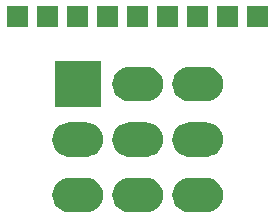
<source format=gbr>
G04 #@! TF.GenerationSoftware,KiCad,Pcbnew,(5.1.5-0-10_14)*
G04 #@! TF.CreationDate,2020-11-20T21:37:46+01:00*
G04 #@! TF.ProjectId,3pdt-breakout,33706474-2d62-4726-9561-6b6f75742e6b,rev?*
G04 #@! TF.SameCoordinates,Original*
G04 #@! TF.FileFunction,Soldermask,Bot*
G04 #@! TF.FilePolarity,Negative*
%FSLAX46Y46*%
G04 Gerber Fmt 4.6, Leading zero omitted, Abs format (unit mm)*
G04 Created by KiCad (PCBNEW (5.1.5-0-10_14)) date 2020-11-20 21:37:46*
%MOMM*%
%LPD*%
G04 APERTURE LIST*
%ADD10C,0.100000*%
G04 APERTURE END LIST*
D10*
G36*
X236462861Y-67394497D02*
G01*
X236569446Y-67404995D01*
X236842960Y-67487965D01*
X236842963Y-67487966D01*
X237095028Y-67622698D01*
X237095029Y-67622699D01*
X237095033Y-67622701D01*
X237315976Y-67804024D01*
X237497299Y-68024967D01*
X237497301Y-68024971D01*
X237497302Y-68024972D01*
X237632034Y-68277037D01*
X237632035Y-68277040D01*
X237715005Y-68550554D01*
X237743020Y-68835000D01*
X237715005Y-69119446D01*
X237632035Y-69392960D01*
X237632034Y-69392963D01*
X237497302Y-69645028D01*
X237497299Y-69645033D01*
X237315976Y-69865976D01*
X237095033Y-70047299D01*
X237095029Y-70047301D01*
X237095028Y-70047302D01*
X236842963Y-70182034D01*
X236842960Y-70182035D01*
X236569446Y-70265005D01*
X236462861Y-70275503D01*
X236356278Y-70286000D01*
X234813722Y-70286000D01*
X234707139Y-70275503D01*
X234600554Y-70265005D01*
X234327040Y-70182035D01*
X234327037Y-70182034D01*
X234074972Y-70047302D01*
X234074971Y-70047301D01*
X234074967Y-70047299D01*
X233854024Y-69865976D01*
X233672701Y-69645033D01*
X233672698Y-69645028D01*
X233537966Y-69392963D01*
X233537965Y-69392960D01*
X233454995Y-69119446D01*
X233426980Y-68835000D01*
X233454995Y-68550554D01*
X233537965Y-68277040D01*
X233537966Y-68277037D01*
X233672698Y-68024972D01*
X233672699Y-68024971D01*
X233672701Y-68024967D01*
X233854024Y-67804024D01*
X234074967Y-67622701D01*
X234074971Y-67622699D01*
X234074972Y-67622698D01*
X234327037Y-67487966D01*
X234327040Y-67487965D01*
X234600554Y-67404995D01*
X234707139Y-67394497D01*
X234813722Y-67384000D01*
X236356278Y-67384000D01*
X236462861Y-67394497D01*
G37*
G36*
X231382861Y-67394497D02*
G01*
X231489446Y-67404995D01*
X231762960Y-67487965D01*
X231762963Y-67487966D01*
X232015028Y-67622698D01*
X232015029Y-67622699D01*
X232015033Y-67622701D01*
X232235976Y-67804024D01*
X232417299Y-68024967D01*
X232417301Y-68024971D01*
X232417302Y-68024972D01*
X232552034Y-68277037D01*
X232552035Y-68277040D01*
X232635005Y-68550554D01*
X232663020Y-68835000D01*
X232635005Y-69119446D01*
X232552035Y-69392960D01*
X232552034Y-69392963D01*
X232417302Y-69645028D01*
X232417299Y-69645033D01*
X232235976Y-69865976D01*
X232015033Y-70047299D01*
X232015029Y-70047301D01*
X232015028Y-70047302D01*
X231762963Y-70182034D01*
X231762960Y-70182035D01*
X231489446Y-70265005D01*
X231382861Y-70275503D01*
X231276278Y-70286000D01*
X229733722Y-70286000D01*
X229627139Y-70275503D01*
X229520554Y-70265005D01*
X229247040Y-70182035D01*
X229247037Y-70182034D01*
X228994972Y-70047302D01*
X228994971Y-70047301D01*
X228994967Y-70047299D01*
X228774024Y-69865976D01*
X228592701Y-69645033D01*
X228592698Y-69645028D01*
X228457966Y-69392963D01*
X228457965Y-69392960D01*
X228374995Y-69119446D01*
X228346980Y-68835000D01*
X228374995Y-68550554D01*
X228457965Y-68277040D01*
X228457966Y-68277037D01*
X228592698Y-68024972D01*
X228592699Y-68024971D01*
X228592701Y-68024967D01*
X228774024Y-67804024D01*
X228994967Y-67622701D01*
X228994971Y-67622699D01*
X228994972Y-67622698D01*
X229247037Y-67487966D01*
X229247040Y-67487965D01*
X229520554Y-67404995D01*
X229627139Y-67394497D01*
X229733722Y-67384000D01*
X231276278Y-67384000D01*
X231382861Y-67394497D01*
G37*
G36*
X226302861Y-67394497D02*
G01*
X226409446Y-67404995D01*
X226682960Y-67487965D01*
X226682963Y-67487966D01*
X226935028Y-67622698D01*
X226935029Y-67622699D01*
X226935033Y-67622701D01*
X227155976Y-67804024D01*
X227337299Y-68024967D01*
X227337301Y-68024971D01*
X227337302Y-68024972D01*
X227472034Y-68277037D01*
X227472035Y-68277040D01*
X227555005Y-68550554D01*
X227583020Y-68835000D01*
X227555005Y-69119446D01*
X227472035Y-69392960D01*
X227472034Y-69392963D01*
X227337302Y-69645028D01*
X227337299Y-69645033D01*
X227155976Y-69865976D01*
X226935033Y-70047299D01*
X226935029Y-70047301D01*
X226935028Y-70047302D01*
X226682963Y-70182034D01*
X226682960Y-70182035D01*
X226409446Y-70265005D01*
X226302861Y-70275503D01*
X226196278Y-70286000D01*
X224653722Y-70286000D01*
X224547139Y-70275503D01*
X224440554Y-70265005D01*
X224167040Y-70182035D01*
X224167037Y-70182034D01*
X223914972Y-70047302D01*
X223914971Y-70047301D01*
X223914967Y-70047299D01*
X223694024Y-69865976D01*
X223512701Y-69645033D01*
X223512698Y-69645028D01*
X223377966Y-69392963D01*
X223377965Y-69392960D01*
X223294995Y-69119446D01*
X223266980Y-68835000D01*
X223294995Y-68550554D01*
X223377965Y-68277040D01*
X223377966Y-68277037D01*
X223512698Y-68024972D01*
X223512699Y-68024971D01*
X223512701Y-68024967D01*
X223694024Y-67804024D01*
X223914967Y-67622701D01*
X223914971Y-67622699D01*
X223914972Y-67622698D01*
X224167037Y-67487966D01*
X224167040Y-67487965D01*
X224440554Y-67404995D01*
X224547139Y-67394497D01*
X224653722Y-67384000D01*
X226196278Y-67384000D01*
X226302861Y-67394497D01*
G37*
G36*
X226302861Y-62694497D02*
G01*
X226409446Y-62704995D01*
X226682960Y-62787965D01*
X226682963Y-62787966D01*
X226935028Y-62922698D01*
X226935029Y-62922699D01*
X226935033Y-62922701D01*
X227155976Y-63104024D01*
X227337299Y-63324967D01*
X227337301Y-63324971D01*
X227337302Y-63324972D01*
X227472034Y-63577037D01*
X227472035Y-63577040D01*
X227555005Y-63850554D01*
X227583020Y-64135000D01*
X227555005Y-64419446D01*
X227472035Y-64692960D01*
X227472034Y-64692963D01*
X227337302Y-64945028D01*
X227337299Y-64945033D01*
X227155976Y-65165976D01*
X226935033Y-65347299D01*
X226935029Y-65347301D01*
X226935028Y-65347302D01*
X226682963Y-65482034D01*
X226682960Y-65482035D01*
X226409446Y-65565005D01*
X226302861Y-65575502D01*
X226196278Y-65586000D01*
X224653722Y-65586000D01*
X224547139Y-65575502D01*
X224440554Y-65565005D01*
X224167040Y-65482035D01*
X224167037Y-65482034D01*
X223914972Y-65347302D01*
X223914971Y-65347301D01*
X223914967Y-65347299D01*
X223694024Y-65165976D01*
X223512701Y-64945033D01*
X223512698Y-64945028D01*
X223377966Y-64692963D01*
X223377965Y-64692960D01*
X223294995Y-64419446D01*
X223266980Y-64135000D01*
X223294995Y-63850554D01*
X223377965Y-63577040D01*
X223377966Y-63577037D01*
X223512698Y-63324972D01*
X223512699Y-63324971D01*
X223512701Y-63324967D01*
X223694024Y-63104024D01*
X223914967Y-62922701D01*
X223914971Y-62922699D01*
X223914972Y-62922698D01*
X224167037Y-62787966D01*
X224167040Y-62787965D01*
X224440554Y-62704995D01*
X224547139Y-62694497D01*
X224653722Y-62684000D01*
X226196278Y-62684000D01*
X226302861Y-62694497D01*
G37*
G36*
X236462861Y-62694497D02*
G01*
X236569446Y-62704995D01*
X236842960Y-62787965D01*
X236842963Y-62787966D01*
X237095028Y-62922698D01*
X237095029Y-62922699D01*
X237095033Y-62922701D01*
X237315976Y-63104024D01*
X237497299Y-63324967D01*
X237497301Y-63324971D01*
X237497302Y-63324972D01*
X237632034Y-63577037D01*
X237632035Y-63577040D01*
X237715005Y-63850554D01*
X237743020Y-64135000D01*
X237715005Y-64419446D01*
X237632035Y-64692960D01*
X237632034Y-64692963D01*
X237497302Y-64945028D01*
X237497299Y-64945033D01*
X237315976Y-65165976D01*
X237095033Y-65347299D01*
X237095029Y-65347301D01*
X237095028Y-65347302D01*
X236842963Y-65482034D01*
X236842960Y-65482035D01*
X236569446Y-65565005D01*
X236462861Y-65575502D01*
X236356278Y-65586000D01*
X234813722Y-65586000D01*
X234707139Y-65575502D01*
X234600554Y-65565005D01*
X234327040Y-65482035D01*
X234327037Y-65482034D01*
X234074972Y-65347302D01*
X234074971Y-65347301D01*
X234074967Y-65347299D01*
X233854024Y-65165976D01*
X233672701Y-64945033D01*
X233672698Y-64945028D01*
X233537966Y-64692963D01*
X233537965Y-64692960D01*
X233454995Y-64419446D01*
X233426980Y-64135000D01*
X233454995Y-63850554D01*
X233537965Y-63577040D01*
X233537966Y-63577037D01*
X233672698Y-63324972D01*
X233672699Y-63324971D01*
X233672701Y-63324967D01*
X233854024Y-63104024D01*
X234074967Y-62922701D01*
X234074971Y-62922699D01*
X234074972Y-62922698D01*
X234327037Y-62787966D01*
X234327040Y-62787965D01*
X234600554Y-62704995D01*
X234707139Y-62694497D01*
X234813722Y-62684000D01*
X236356278Y-62684000D01*
X236462861Y-62694497D01*
G37*
G36*
X231382861Y-62694497D02*
G01*
X231489446Y-62704995D01*
X231762960Y-62787965D01*
X231762963Y-62787966D01*
X232015028Y-62922698D01*
X232015029Y-62922699D01*
X232015033Y-62922701D01*
X232235976Y-63104024D01*
X232417299Y-63324967D01*
X232417301Y-63324971D01*
X232417302Y-63324972D01*
X232552034Y-63577037D01*
X232552035Y-63577040D01*
X232635005Y-63850554D01*
X232663020Y-64135000D01*
X232635005Y-64419446D01*
X232552035Y-64692960D01*
X232552034Y-64692963D01*
X232417302Y-64945028D01*
X232417299Y-64945033D01*
X232235976Y-65165976D01*
X232015033Y-65347299D01*
X232015029Y-65347301D01*
X232015028Y-65347302D01*
X231762963Y-65482034D01*
X231762960Y-65482035D01*
X231489446Y-65565005D01*
X231382861Y-65575502D01*
X231276278Y-65586000D01*
X229733722Y-65586000D01*
X229627139Y-65575502D01*
X229520554Y-65565005D01*
X229247040Y-65482035D01*
X229247037Y-65482034D01*
X228994972Y-65347302D01*
X228994971Y-65347301D01*
X228994967Y-65347299D01*
X228774024Y-65165976D01*
X228592701Y-64945033D01*
X228592698Y-64945028D01*
X228457966Y-64692963D01*
X228457965Y-64692960D01*
X228374995Y-64419446D01*
X228346980Y-64135000D01*
X228374995Y-63850554D01*
X228457965Y-63577040D01*
X228457966Y-63577037D01*
X228592698Y-63324972D01*
X228592699Y-63324971D01*
X228592701Y-63324967D01*
X228774024Y-63104024D01*
X228994967Y-62922701D01*
X228994971Y-62922699D01*
X228994972Y-62922698D01*
X229247037Y-62787966D01*
X229247040Y-62787965D01*
X229520554Y-62704995D01*
X229627139Y-62694497D01*
X229733722Y-62684000D01*
X231276278Y-62684000D01*
X231382861Y-62694497D01*
G37*
G36*
X227384000Y-61394000D02*
G01*
X223466000Y-61394000D01*
X223466000Y-57476000D01*
X227384000Y-57476000D01*
X227384000Y-61394000D01*
G37*
G36*
X236462861Y-57994498D02*
G01*
X236569446Y-58004995D01*
X236842960Y-58087965D01*
X236842963Y-58087966D01*
X237095028Y-58222698D01*
X237095029Y-58222699D01*
X237095033Y-58222701D01*
X237315976Y-58404024D01*
X237497299Y-58624967D01*
X237497301Y-58624971D01*
X237497302Y-58624972D01*
X237632034Y-58877037D01*
X237632035Y-58877040D01*
X237715005Y-59150554D01*
X237743020Y-59435000D01*
X237715005Y-59719446D01*
X237632035Y-59992960D01*
X237632034Y-59992963D01*
X237497302Y-60245028D01*
X237497299Y-60245033D01*
X237315976Y-60465976D01*
X237095033Y-60647299D01*
X237095029Y-60647301D01*
X237095028Y-60647302D01*
X236842963Y-60782034D01*
X236842960Y-60782035D01*
X236569446Y-60865005D01*
X236462861Y-60875503D01*
X236356278Y-60886000D01*
X234813722Y-60886000D01*
X234707139Y-60875503D01*
X234600554Y-60865005D01*
X234327040Y-60782035D01*
X234327037Y-60782034D01*
X234074972Y-60647302D01*
X234074971Y-60647301D01*
X234074967Y-60647299D01*
X233854024Y-60465976D01*
X233672701Y-60245033D01*
X233672698Y-60245028D01*
X233537966Y-59992963D01*
X233537965Y-59992960D01*
X233454995Y-59719446D01*
X233426980Y-59435000D01*
X233454995Y-59150554D01*
X233537965Y-58877040D01*
X233537966Y-58877037D01*
X233672698Y-58624972D01*
X233672699Y-58624971D01*
X233672701Y-58624967D01*
X233854024Y-58404024D01*
X234074967Y-58222701D01*
X234074971Y-58222699D01*
X234074972Y-58222698D01*
X234327037Y-58087966D01*
X234327040Y-58087965D01*
X234600554Y-58004995D01*
X234707139Y-57994498D01*
X234813722Y-57984000D01*
X236356278Y-57984000D01*
X236462861Y-57994498D01*
G37*
G36*
X231382861Y-57994498D02*
G01*
X231489446Y-58004995D01*
X231762960Y-58087965D01*
X231762963Y-58087966D01*
X232015028Y-58222698D01*
X232015029Y-58222699D01*
X232015033Y-58222701D01*
X232235976Y-58404024D01*
X232417299Y-58624967D01*
X232417301Y-58624971D01*
X232417302Y-58624972D01*
X232552034Y-58877037D01*
X232552035Y-58877040D01*
X232635005Y-59150554D01*
X232663020Y-59435000D01*
X232635005Y-59719446D01*
X232552035Y-59992960D01*
X232552034Y-59992963D01*
X232417302Y-60245028D01*
X232417299Y-60245033D01*
X232235976Y-60465976D01*
X232015033Y-60647299D01*
X232015029Y-60647301D01*
X232015028Y-60647302D01*
X231762963Y-60782034D01*
X231762960Y-60782035D01*
X231489446Y-60865005D01*
X231382861Y-60875503D01*
X231276278Y-60886000D01*
X229733722Y-60886000D01*
X229627139Y-60875503D01*
X229520554Y-60865005D01*
X229247040Y-60782035D01*
X229247037Y-60782034D01*
X228994972Y-60647302D01*
X228994971Y-60647301D01*
X228994967Y-60647299D01*
X228774024Y-60465976D01*
X228592701Y-60245033D01*
X228592698Y-60245028D01*
X228457966Y-59992963D01*
X228457965Y-59992960D01*
X228374995Y-59719446D01*
X228346980Y-59435000D01*
X228374995Y-59150554D01*
X228457965Y-58877040D01*
X228457966Y-58877037D01*
X228592698Y-58624972D01*
X228592699Y-58624971D01*
X228592701Y-58624967D01*
X228774024Y-58404024D01*
X228994967Y-58222701D01*
X228994971Y-58222699D01*
X228994972Y-58222698D01*
X229247037Y-58087966D01*
X229247040Y-58087965D01*
X229520554Y-58004995D01*
X229627139Y-57994498D01*
X229733722Y-57984000D01*
X231276278Y-57984000D01*
X231382861Y-57994498D01*
G37*
G36*
X241566000Y-54622000D02*
G01*
X239764000Y-54622000D01*
X239764000Y-52820000D01*
X241566000Y-52820000D01*
X241566000Y-54622000D01*
G37*
G36*
X239026000Y-54622000D02*
G01*
X237224000Y-54622000D01*
X237224000Y-52820000D01*
X239026000Y-52820000D01*
X239026000Y-54622000D01*
G37*
G36*
X236486000Y-54622000D02*
G01*
X234684000Y-54622000D01*
X234684000Y-52820000D01*
X236486000Y-52820000D01*
X236486000Y-54622000D01*
G37*
G36*
X233946000Y-54622000D02*
G01*
X232144000Y-54622000D01*
X232144000Y-52820000D01*
X233946000Y-52820000D01*
X233946000Y-54622000D01*
G37*
G36*
X231406000Y-54622000D02*
G01*
X229604000Y-54622000D01*
X229604000Y-52820000D01*
X231406000Y-52820000D01*
X231406000Y-54622000D01*
G37*
G36*
X228866000Y-54622000D02*
G01*
X227064000Y-54622000D01*
X227064000Y-52820000D01*
X228866000Y-52820000D01*
X228866000Y-54622000D01*
G37*
G36*
X226326000Y-54622000D02*
G01*
X224524000Y-54622000D01*
X224524000Y-52820000D01*
X226326000Y-52820000D01*
X226326000Y-54622000D01*
G37*
G36*
X223786000Y-54622000D02*
G01*
X221984000Y-54622000D01*
X221984000Y-52820000D01*
X223786000Y-52820000D01*
X223786000Y-54622000D01*
G37*
G36*
X221246000Y-54622000D02*
G01*
X219444000Y-54622000D01*
X219444000Y-52820000D01*
X221246000Y-52820000D01*
X221246000Y-54622000D01*
G37*
M02*

</source>
